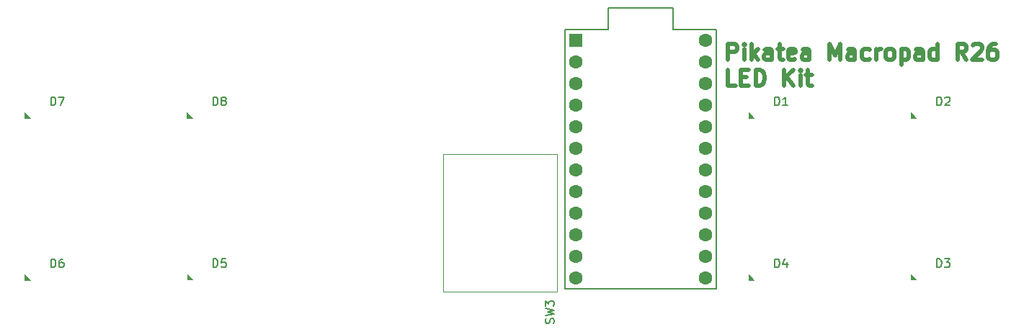
<source format=gbr>
%TF.GenerationSoftware,KiCad,Pcbnew,(6.0.1)*%
%TF.CreationDate,2022-04-18T11:29:40-05:00*%
%TF.ProjectId,Pikatea R26 Kit LED Macropad,50696b61-7465-4612-9052-3236204b6974,rev?*%
%TF.SameCoordinates,Original*%
%TF.FileFunction,Legend,Top*%
%TF.FilePolarity,Positive*%
%FSLAX46Y46*%
G04 Gerber Fmt 4.6, Leading zero omitted, Abs format (unit mm)*
G04 Created by KiCad (PCBNEW (6.0.1)) date 2022-04-18 11:29:40*
%MOMM*%
%LPD*%
G01*
G04 APERTURE LIST*
%ADD10C,0.475000*%
%ADD11C,0.150000*%
%ADD12C,0.100000*%
%ADD13C,0.120000*%
%ADD14C,1.600000*%
%ADD15R,1.600000X1.600000*%
G04 APERTURE END LIST*
D10*
X173861130Y-78680023D02*
X173861130Y-76780023D01*
X174584940Y-76780023D01*
X174765892Y-76870500D01*
X174856369Y-76960976D01*
X174946845Y-77141928D01*
X174946845Y-77413357D01*
X174856369Y-77594309D01*
X174765892Y-77684785D01*
X174584940Y-77775261D01*
X173861130Y-77775261D01*
X175761130Y-78680023D02*
X175761130Y-77413357D01*
X175761130Y-76780023D02*
X175670654Y-76870500D01*
X175761130Y-76960976D01*
X175851607Y-76870500D01*
X175761130Y-76780023D01*
X175761130Y-76960976D01*
X176665892Y-78680023D02*
X176665892Y-76780023D01*
X176846845Y-77956214D02*
X177389702Y-78680023D01*
X177389702Y-77413357D02*
X176665892Y-78137166D01*
X179018273Y-78680023D02*
X179018273Y-77684785D01*
X178927797Y-77503833D01*
X178746845Y-77413357D01*
X178384940Y-77413357D01*
X178203988Y-77503833D01*
X179018273Y-78589547D02*
X178837321Y-78680023D01*
X178384940Y-78680023D01*
X178203988Y-78589547D01*
X178113511Y-78408595D01*
X178113511Y-78227642D01*
X178203988Y-78046690D01*
X178384940Y-77956214D01*
X178837321Y-77956214D01*
X179018273Y-77865738D01*
X179651607Y-77413357D02*
X180375416Y-77413357D01*
X179923035Y-76780023D02*
X179923035Y-78408595D01*
X180013511Y-78589547D01*
X180194464Y-78680023D01*
X180375416Y-78680023D01*
X181732559Y-78589547D02*
X181551607Y-78680023D01*
X181189702Y-78680023D01*
X181008750Y-78589547D01*
X180918273Y-78408595D01*
X180918273Y-77684785D01*
X181008750Y-77503833D01*
X181189702Y-77413357D01*
X181551607Y-77413357D01*
X181732559Y-77503833D01*
X181823035Y-77684785D01*
X181823035Y-77865738D01*
X180918273Y-78046690D01*
X183451607Y-78680023D02*
X183451607Y-77684785D01*
X183361130Y-77503833D01*
X183180178Y-77413357D01*
X182818273Y-77413357D01*
X182637321Y-77503833D01*
X183451607Y-78589547D02*
X183270654Y-78680023D01*
X182818273Y-78680023D01*
X182637321Y-78589547D01*
X182546845Y-78408595D01*
X182546845Y-78227642D01*
X182637321Y-78046690D01*
X182818273Y-77956214D01*
X183270654Y-77956214D01*
X183451607Y-77865738D01*
X185803988Y-78680023D02*
X185803988Y-76780023D01*
X186437321Y-78137166D01*
X187070654Y-76780023D01*
X187070654Y-78680023D01*
X188789702Y-78680023D02*
X188789702Y-77684785D01*
X188699226Y-77503833D01*
X188518273Y-77413357D01*
X188156369Y-77413357D01*
X187975416Y-77503833D01*
X188789702Y-78589547D02*
X188608750Y-78680023D01*
X188156369Y-78680023D01*
X187975416Y-78589547D01*
X187884940Y-78408595D01*
X187884940Y-78227642D01*
X187975416Y-78046690D01*
X188156369Y-77956214D01*
X188608750Y-77956214D01*
X188789702Y-77865738D01*
X190508750Y-78589547D02*
X190327797Y-78680023D01*
X189965892Y-78680023D01*
X189784940Y-78589547D01*
X189694464Y-78499071D01*
X189603988Y-78318119D01*
X189603988Y-77775261D01*
X189694464Y-77594309D01*
X189784940Y-77503833D01*
X189965892Y-77413357D01*
X190327797Y-77413357D01*
X190508750Y-77503833D01*
X191323035Y-78680023D02*
X191323035Y-77413357D01*
X191323035Y-77775261D02*
X191413511Y-77594309D01*
X191503988Y-77503833D01*
X191684940Y-77413357D01*
X191865892Y-77413357D01*
X192770654Y-78680023D02*
X192589702Y-78589547D01*
X192499226Y-78499071D01*
X192408750Y-78318119D01*
X192408750Y-77775261D01*
X192499226Y-77594309D01*
X192589702Y-77503833D01*
X192770654Y-77413357D01*
X193042083Y-77413357D01*
X193223035Y-77503833D01*
X193313511Y-77594309D01*
X193403988Y-77775261D01*
X193403988Y-78318119D01*
X193313511Y-78499071D01*
X193223035Y-78589547D01*
X193042083Y-78680023D01*
X192770654Y-78680023D01*
X194218273Y-77413357D02*
X194218273Y-79313357D01*
X194218273Y-77503833D02*
X194399226Y-77413357D01*
X194761130Y-77413357D01*
X194942083Y-77503833D01*
X195032559Y-77594309D01*
X195123035Y-77775261D01*
X195123035Y-78318119D01*
X195032559Y-78499071D01*
X194942083Y-78589547D01*
X194761130Y-78680023D01*
X194399226Y-78680023D01*
X194218273Y-78589547D01*
X196751607Y-78680023D02*
X196751607Y-77684785D01*
X196661130Y-77503833D01*
X196480178Y-77413357D01*
X196118273Y-77413357D01*
X195937321Y-77503833D01*
X196751607Y-78589547D02*
X196570654Y-78680023D01*
X196118273Y-78680023D01*
X195937321Y-78589547D01*
X195846845Y-78408595D01*
X195846845Y-78227642D01*
X195937321Y-78046690D01*
X196118273Y-77956214D01*
X196570654Y-77956214D01*
X196751607Y-77865738D01*
X198470654Y-78680023D02*
X198470654Y-76780023D01*
X198470654Y-78589547D02*
X198289702Y-78680023D01*
X197927797Y-78680023D01*
X197746845Y-78589547D01*
X197656369Y-78499071D01*
X197565892Y-78318119D01*
X197565892Y-77775261D01*
X197656369Y-77594309D01*
X197746845Y-77503833D01*
X197927797Y-77413357D01*
X198289702Y-77413357D01*
X198470654Y-77503833D01*
X201908750Y-78680023D02*
X201275416Y-77775261D01*
X200823035Y-78680023D02*
X200823035Y-76780023D01*
X201546845Y-76780023D01*
X201727797Y-76870500D01*
X201818273Y-76960976D01*
X201908750Y-77141928D01*
X201908750Y-77413357D01*
X201818273Y-77594309D01*
X201727797Y-77684785D01*
X201546845Y-77775261D01*
X200823035Y-77775261D01*
X202632559Y-76960976D02*
X202723035Y-76870500D01*
X202903988Y-76780023D01*
X203356369Y-76780023D01*
X203537321Y-76870500D01*
X203627797Y-76960976D01*
X203718273Y-77141928D01*
X203718273Y-77322880D01*
X203627797Y-77594309D01*
X202542083Y-78680023D01*
X203718273Y-78680023D01*
X205346845Y-76780023D02*
X204984940Y-76780023D01*
X204803988Y-76870500D01*
X204713511Y-76960976D01*
X204532559Y-77232404D01*
X204442083Y-77594309D01*
X204442083Y-78318119D01*
X204532559Y-78499071D01*
X204623035Y-78589547D01*
X204803988Y-78680023D01*
X205165892Y-78680023D01*
X205346845Y-78589547D01*
X205437321Y-78499071D01*
X205527797Y-78318119D01*
X205527797Y-77865738D01*
X205437321Y-77684785D01*
X205346845Y-77594309D01*
X205165892Y-77503833D01*
X204803988Y-77503833D01*
X204623035Y-77594309D01*
X204532559Y-77684785D01*
X204442083Y-77865738D01*
X174765892Y-81739023D02*
X173861130Y-81739023D01*
X173861130Y-79839023D01*
X175399226Y-80743785D02*
X176032559Y-80743785D01*
X176303988Y-81739023D02*
X175399226Y-81739023D01*
X175399226Y-79839023D01*
X176303988Y-79839023D01*
X177118273Y-81739023D02*
X177118273Y-79839023D01*
X177570654Y-79839023D01*
X177842083Y-79929500D01*
X178023035Y-80110452D01*
X178113511Y-80291404D01*
X178203988Y-80653309D01*
X178203988Y-80924738D01*
X178113511Y-81286642D01*
X178023035Y-81467595D01*
X177842083Y-81648547D01*
X177570654Y-81739023D01*
X177118273Y-81739023D01*
X180465892Y-81739023D02*
X180465892Y-79839023D01*
X181551607Y-81739023D02*
X180737321Y-80653309D01*
X181551607Y-79839023D02*
X180465892Y-80924738D01*
X182365892Y-81739023D02*
X182365892Y-80472357D01*
X182365892Y-79839023D02*
X182275416Y-79929500D01*
X182365892Y-80019976D01*
X182456369Y-79929500D01*
X182365892Y-79839023D01*
X182365892Y-80019976D01*
X182999226Y-80472357D02*
X183723035Y-80472357D01*
X183270654Y-79839023D02*
X183270654Y-81467595D01*
X183361130Y-81648547D01*
X183542083Y-81739023D01*
X183723035Y-81739023D01*
D11*
%TO.C,D8*%
X113361904Y-84052380D02*
X113361904Y-83052380D01*
X113600000Y-83052380D01*
X113742857Y-83100000D01*
X113838095Y-83195238D01*
X113885714Y-83290476D01*
X113933333Y-83480952D01*
X113933333Y-83623809D01*
X113885714Y-83814285D01*
X113838095Y-83909523D01*
X113742857Y-84004761D01*
X113600000Y-84052380D01*
X113361904Y-84052380D01*
X114504761Y-83480952D02*
X114409523Y-83433333D01*
X114361904Y-83385714D01*
X114314285Y-83290476D01*
X114314285Y-83242857D01*
X114361904Y-83147619D01*
X114409523Y-83100000D01*
X114504761Y-83052380D01*
X114695238Y-83052380D01*
X114790476Y-83100000D01*
X114838095Y-83147619D01*
X114885714Y-83242857D01*
X114885714Y-83290476D01*
X114838095Y-83385714D01*
X114790476Y-83433333D01*
X114695238Y-83480952D01*
X114504761Y-83480952D01*
X114409523Y-83528571D01*
X114361904Y-83576190D01*
X114314285Y-83671428D01*
X114314285Y-83861904D01*
X114361904Y-83957142D01*
X114409523Y-84004761D01*
X114504761Y-84052380D01*
X114695238Y-84052380D01*
X114790476Y-84004761D01*
X114838095Y-83957142D01*
X114885714Y-83861904D01*
X114885714Y-83671428D01*
X114838095Y-83576190D01*
X114790476Y-83528571D01*
X114695238Y-83480952D01*
%TO.C,D7*%
X94311904Y-84052380D02*
X94311904Y-83052380D01*
X94550000Y-83052380D01*
X94692857Y-83100000D01*
X94788095Y-83195238D01*
X94835714Y-83290476D01*
X94883333Y-83480952D01*
X94883333Y-83623809D01*
X94835714Y-83814285D01*
X94788095Y-83909523D01*
X94692857Y-84004761D01*
X94550000Y-84052380D01*
X94311904Y-84052380D01*
X95216666Y-83052380D02*
X95883333Y-83052380D01*
X95454761Y-84052380D01*
%TO.C,D6*%
X94311904Y-103102380D02*
X94311904Y-102102380D01*
X94550000Y-102102380D01*
X94692857Y-102150000D01*
X94788095Y-102245238D01*
X94835714Y-102340476D01*
X94883333Y-102530952D01*
X94883333Y-102673809D01*
X94835714Y-102864285D01*
X94788095Y-102959523D01*
X94692857Y-103054761D01*
X94550000Y-103102380D01*
X94311904Y-103102380D01*
X95740476Y-102102380D02*
X95550000Y-102102380D01*
X95454761Y-102150000D01*
X95407142Y-102197619D01*
X95311904Y-102340476D01*
X95264285Y-102530952D01*
X95264285Y-102911904D01*
X95311904Y-103007142D01*
X95359523Y-103054761D01*
X95454761Y-103102380D01*
X95645238Y-103102380D01*
X95740476Y-103054761D01*
X95788095Y-103007142D01*
X95835714Y-102911904D01*
X95835714Y-102673809D01*
X95788095Y-102578571D01*
X95740476Y-102530952D01*
X95645238Y-102483333D01*
X95454761Y-102483333D01*
X95359523Y-102530952D01*
X95311904Y-102578571D01*
X95264285Y-102673809D01*
%TO.C,D5*%
X113371904Y-103082380D02*
X113371904Y-102082380D01*
X113610000Y-102082380D01*
X113752857Y-102130000D01*
X113848095Y-102225238D01*
X113895714Y-102320476D01*
X113943333Y-102510952D01*
X113943333Y-102653809D01*
X113895714Y-102844285D01*
X113848095Y-102939523D01*
X113752857Y-103034761D01*
X113610000Y-103082380D01*
X113371904Y-103082380D01*
X114848095Y-102082380D02*
X114371904Y-102082380D01*
X114324285Y-102558571D01*
X114371904Y-102510952D01*
X114467142Y-102463333D01*
X114705238Y-102463333D01*
X114800476Y-102510952D01*
X114848095Y-102558571D01*
X114895714Y-102653809D01*
X114895714Y-102891904D01*
X114848095Y-102987142D01*
X114800476Y-103034761D01*
X114705238Y-103082380D01*
X114467142Y-103082380D01*
X114371904Y-103034761D01*
X114324285Y-102987142D01*
%TO.C,D4*%
X179371904Y-103102380D02*
X179371904Y-102102380D01*
X179610000Y-102102380D01*
X179752857Y-102150000D01*
X179848095Y-102245238D01*
X179895714Y-102340476D01*
X179943333Y-102530952D01*
X179943333Y-102673809D01*
X179895714Y-102864285D01*
X179848095Y-102959523D01*
X179752857Y-103054761D01*
X179610000Y-103102380D01*
X179371904Y-103102380D01*
X180800476Y-102435714D02*
X180800476Y-103102380D01*
X180562380Y-102054761D02*
X180324285Y-102769047D01*
X180943333Y-102769047D01*
%TO.C,D3*%
X198401904Y-103092380D02*
X198401904Y-102092380D01*
X198640000Y-102092380D01*
X198782857Y-102140000D01*
X198878095Y-102235238D01*
X198925714Y-102330476D01*
X198973333Y-102520952D01*
X198973333Y-102663809D01*
X198925714Y-102854285D01*
X198878095Y-102949523D01*
X198782857Y-103044761D01*
X198640000Y-103092380D01*
X198401904Y-103092380D01*
X199306666Y-102092380D02*
X199925714Y-102092380D01*
X199592380Y-102473333D01*
X199735238Y-102473333D01*
X199830476Y-102520952D01*
X199878095Y-102568571D01*
X199925714Y-102663809D01*
X199925714Y-102901904D01*
X199878095Y-102997142D01*
X199830476Y-103044761D01*
X199735238Y-103092380D01*
X199449523Y-103092380D01*
X199354285Y-103044761D01*
X199306666Y-102997142D01*
%TO.C,D2*%
X198411904Y-84052380D02*
X198411904Y-83052380D01*
X198650000Y-83052380D01*
X198792857Y-83100000D01*
X198888095Y-83195238D01*
X198935714Y-83290476D01*
X198983333Y-83480952D01*
X198983333Y-83623809D01*
X198935714Y-83814285D01*
X198888095Y-83909523D01*
X198792857Y-84004761D01*
X198650000Y-84052380D01*
X198411904Y-84052380D01*
X199364285Y-83147619D02*
X199411904Y-83100000D01*
X199507142Y-83052380D01*
X199745238Y-83052380D01*
X199840476Y-83100000D01*
X199888095Y-83147619D01*
X199935714Y-83242857D01*
X199935714Y-83338095D01*
X199888095Y-83480952D01*
X199316666Y-84052380D01*
X199935714Y-84052380D01*
%TO.C,D1*%
X179371904Y-84052380D02*
X179371904Y-83052380D01*
X179610000Y-83052380D01*
X179752857Y-83100000D01*
X179848095Y-83195238D01*
X179895714Y-83290476D01*
X179943333Y-83480952D01*
X179943333Y-83623809D01*
X179895714Y-83814285D01*
X179848095Y-83909523D01*
X179752857Y-84004761D01*
X179610000Y-84052380D01*
X179371904Y-84052380D01*
X180895714Y-84052380D02*
X180324285Y-84052380D01*
X180610000Y-84052380D02*
X180610000Y-83052380D01*
X180514761Y-83195238D01*
X180419523Y-83290476D01*
X180324285Y-83338095D01*
%TO.C,SW3*%
X153375841Y-109681992D02*
X153423460Y-109539135D01*
X153423460Y-109301039D01*
X153375841Y-109205801D01*
X153328222Y-109158182D01*
X153232984Y-109110563D01*
X153137746Y-109110563D01*
X153042508Y-109158182D01*
X152994889Y-109205801D01*
X152947270Y-109301039D01*
X152899651Y-109491516D01*
X152852032Y-109586754D01*
X152804413Y-109634373D01*
X152709175Y-109681992D01*
X152613937Y-109681992D01*
X152518699Y-109634373D01*
X152471080Y-109586754D01*
X152423460Y-109491516D01*
X152423460Y-109253420D01*
X152471080Y-109110563D01*
X152423460Y-108777230D02*
X153423460Y-108539135D01*
X152709175Y-108348659D01*
X153423460Y-108158182D01*
X152423460Y-107920087D01*
X152423460Y-107634373D02*
X152423460Y-107015325D01*
X152804413Y-107348659D01*
X152804413Y-107205801D01*
X152852032Y-107110563D01*
X152899651Y-107062944D01*
X152994889Y-107015325D01*
X153232984Y-107015325D01*
X153328222Y-107062944D01*
X153375841Y-107110563D01*
X153423460Y-107205801D01*
X153423460Y-107491516D01*
X153375841Y-107586754D01*
X153328222Y-107634373D01*
D12*
%TO.C,D8*%
X110300000Y-84900000D02*
X110300000Y-85500000D01*
X110300000Y-85500000D02*
X110900000Y-85500000D01*
X110900000Y-85500000D02*
X110300000Y-84900000D01*
G36*
X110900000Y-85500000D02*
G01*
X110300000Y-85500000D01*
X110300000Y-84900000D01*
X110900000Y-85500000D01*
G37*
X110900000Y-85500000D02*
X110300000Y-85500000D01*
X110300000Y-84900000D01*
X110900000Y-85500000D01*
%TO.C,D7*%
X91250000Y-84900000D02*
X91250000Y-85500000D01*
X91250000Y-85500000D02*
X91850000Y-85500000D01*
X91850000Y-85500000D02*
X91250000Y-84900000D01*
G36*
X91850000Y-85500000D02*
G01*
X91250000Y-85500000D01*
X91250000Y-84900000D01*
X91850000Y-85500000D01*
G37*
X91850000Y-85500000D02*
X91250000Y-85500000D01*
X91250000Y-84900000D01*
X91850000Y-85500000D01*
%TO.C,D6*%
X91250000Y-103950000D02*
X91250000Y-104550000D01*
X91250000Y-104550000D02*
X91850000Y-104550000D01*
X91850000Y-104550000D02*
X91250000Y-103950000D01*
G36*
X91850000Y-104550000D02*
G01*
X91250000Y-104550000D01*
X91250000Y-103950000D01*
X91850000Y-104550000D01*
G37*
X91850000Y-104550000D02*
X91250000Y-104550000D01*
X91250000Y-103950000D01*
X91850000Y-104550000D01*
%TO.C,D5*%
X110310000Y-103930000D02*
X110310000Y-104530000D01*
X110310000Y-104530000D02*
X110910000Y-104530000D01*
X110910000Y-104530000D02*
X110310000Y-103930000D01*
G36*
X110910000Y-104530000D02*
G01*
X110310000Y-104530000D01*
X110310000Y-103930000D01*
X110910000Y-104530000D01*
G37*
X110910000Y-104530000D02*
X110310000Y-104530000D01*
X110310000Y-103930000D01*
X110910000Y-104530000D01*
%TO.C,D4*%
X176310000Y-103950000D02*
X176310000Y-104550000D01*
X176310000Y-104550000D02*
X176910000Y-104550000D01*
X176910000Y-104550000D02*
X176310000Y-103950000D01*
G36*
X176910000Y-104550000D02*
G01*
X176310000Y-104550000D01*
X176310000Y-103950000D01*
X176910000Y-104550000D01*
G37*
X176910000Y-104550000D02*
X176310000Y-104550000D01*
X176310000Y-103950000D01*
X176910000Y-104550000D01*
%TO.C,D3*%
X195340000Y-103940000D02*
X195340000Y-104540000D01*
X195340000Y-104540000D02*
X195940000Y-104540000D01*
X195940000Y-104540000D02*
X195340000Y-103940000D01*
G36*
X195940000Y-104540000D02*
G01*
X195340000Y-104540000D01*
X195340000Y-103940000D01*
X195940000Y-104540000D01*
G37*
X195940000Y-104540000D02*
X195340000Y-104540000D01*
X195340000Y-103940000D01*
X195940000Y-104540000D01*
%TO.C,D2*%
X195350000Y-84900000D02*
X195350000Y-85500000D01*
X195350000Y-85500000D02*
X195950000Y-85500000D01*
X195950000Y-85500000D02*
X195350000Y-84900000D01*
G36*
X195950000Y-85500000D02*
G01*
X195350000Y-85500000D01*
X195350000Y-84900000D01*
X195950000Y-85500000D01*
G37*
X195950000Y-85500000D02*
X195350000Y-85500000D01*
X195350000Y-84900000D01*
X195950000Y-85500000D01*
%TO.C,D1*%
X176310000Y-84900000D02*
X176310000Y-85500000D01*
X176310000Y-85500000D02*
X176910000Y-85500000D01*
X176910000Y-85500000D02*
X176310000Y-84900000D01*
G36*
X176910000Y-85500000D02*
G01*
X176310000Y-85500000D01*
X176310000Y-84900000D01*
X176910000Y-85500000D01*
G37*
X176910000Y-85500000D02*
X176310000Y-85500000D01*
X176310000Y-84900000D01*
X176910000Y-85500000D01*
D11*
%TO.C,U1*%
X172491400Y-105625900D02*
X154711400Y-105625900D01*
X172491400Y-75145900D02*
X172491400Y-105625900D01*
X167411400Y-75145900D02*
X172491400Y-75145900D01*
X167411400Y-72605900D02*
X167411400Y-75145900D01*
X159791400Y-72605900D02*
X167411400Y-72605900D01*
X159791400Y-75145900D02*
X159791400Y-72605900D01*
X154711400Y-75145900D02*
X159791400Y-75145900D01*
X154711400Y-75145900D02*
X154711400Y-105625900D01*
D13*
%TO.C,SW3*%
X153771080Y-89748659D02*
X153771080Y-105948659D01*
X140371080Y-105948659D02*
X140371080Y-89748659D01*
X153771080Y-89748659D02*
X140371080Y-89748659D01*
X153771080Y-105948659D02*
X140371080Y-105948659D01*
%TD*%
D14*
%TO.C,U1*%
X171221400Y-76415900D03*
X171221400Y-78955900D03*
X171221400Y-81495900D03*
X171221400Y-84035900D03*
X171221400Y-86575900D03*
X171221400Y-89115900D03*
X171221400Y-91655900D03*
X171221400Y-94195900D03*
X171221400Y-96735900D03*
X171221400Y-99275900D03*
X171221400Y-101815900D03*
X171221400Y-104355900D03*
X155981400Y-104355900D03*
X155981400Y-101815900D03*
X155981400Y-99275900D03*
X155981400Y-96735900D03*
X155981400Y-94195900D03*
X155981400Y-91655900D03*
X155981400Y-89115900D03*
X155981400Y-86575900D03*
X155981400Y-84035900D03*
X155981400Y-81495900D03*
X155981400Y-78955900D03*
D15*
X155981400Y-76415900D03*
%TD*%
M02*

</source>
